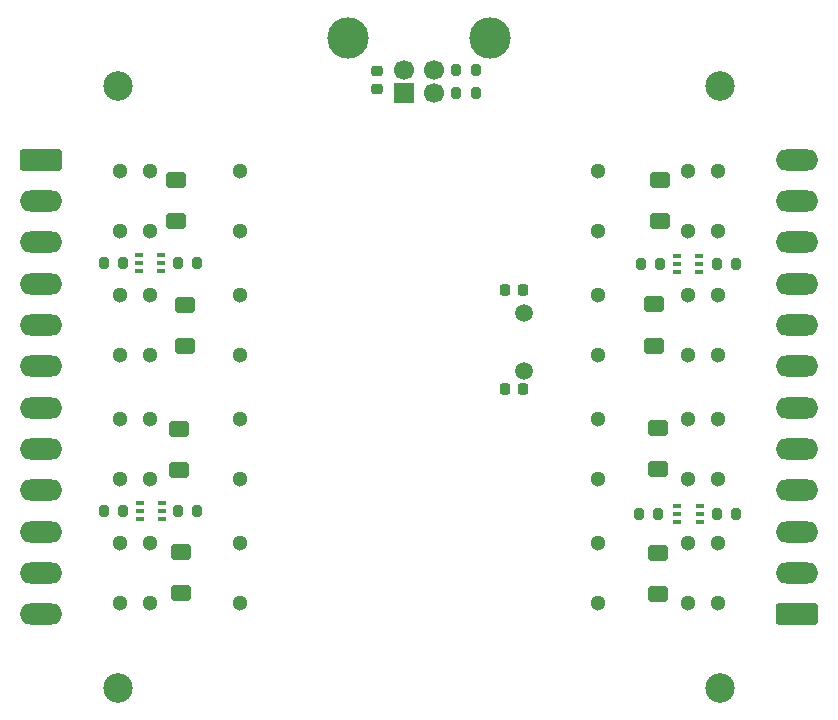
<source format=gbr>
%TF.GenerationSoftware,KiCad,Pcbnew,7.99.0-unknown-c06cea2fe9~166~ubuntu22.04.1*%
%TF.CreationDate,2023-02-26T22:53:06+01:00*%
%TF.ProjectId,FT245 relay,46543234-3520-4726-956c-61792e6b6963,rev?*%
%TF.SameCoordinates,Original*%
%TF.FileFunction,Soldermask,Bot*%
%TF.FilePolarity,Negative*%
%FSLAX46Y46*%
G04 Gerber Fmt 4.6, Leading zero omitted, Abs format (unit mm)*
G04 Created by KiCad (PCBNEW 7.99.0-unknown-c06cea2fe9~166~ubuntu22.04.1) date 2023-02-26 22:53:06*
%MOMM*%
%LPD*%
G01*
G04 APERTURE LIST*
G04 Aperture macros list*
%AMRoundRect*
0 Rectangle with rounded corners*
0 $1 Rounding radius*
0 $2 $3 $4 $5 $6 $7 $8 $9 X,Y pos of 4 corners*
0 Add a 4 corners polygon primitive as box body*
4,1,4,$2,$3,$4,$5,$6,$7,$8,$9,$2,$3,0*
0 Add four circle primitives for the rounded corners*
1,1,$1+$1,$2,$3*
1,1,$1+$1,$4,$5*
1,1,$1+$1,$6,$7*
1,1,$1+$1,$8,$9*
0 Add four rect primitives between the rounded corners*
20,1,$1+$1,$2,$3,$4,$5,0*
20,1,$1+$1,$4,$5,$6,$7,0*
20,1,$1+$1,$6,$7,$8,$9,0*
20,1,$1+$1,$8,$9,$2,$3,0*%
G04 Aperture macros list end*
%ADD10C,2.500000*%
%ADD11RoundRect,0.250000X0.600000X-0.400000X0.600000X0.400000X-0.600000X0.400000X-0.600000X-0.400000X0*%
%ADD12RoundRect,0.250000X-0.600000X0.400000X-0.600000X-0.400000X0.600000X-0.400000X0.600000X0.400000X0*%
%ADD13R,0.650000X0.400000*%
%ADD14RoundRect,0.200000X0.200000X0.275000X-0.200000X0.275000X-0.200000X-0.275000X0.200000X-0.275000X0*%
%ADD15C,1.300000*%
%ADD16R,1.700000X1.700000*%
%ADD17C,1.700000*%
%ADD18C,3.500000*%
%ADD19C,1.500000*%
%ADD20RoundRect,0.250000X1.550000X-0.650000X1.550000X0.650000X-1.550000X0.650000X-1.550000X-0.650000X0*%
%ADD21O,3.600000X1.800000*%
%ADD22RoundRect,0.250000X-1.550000X0.650000X-1.550000X-0.650000X1.550000X-0.650000X1.550000X0.650000X0*%
%ADD23RoundRect,0.200000X-0.200000X-0.275000X0.200000X-0.275000X0.200000X0.275000X-0.200000X0.275000X0*%
%ADD24RoundRect,0.225000X0.225000X0.250000X-0.225000X0.250000X-0.225000X-0.250000X0.225000X-0.250000X0*%
%ADD25RoundRect,0.225000X0.250000X-0.225000X0.250000X0.225000X-0.250000X0.225000X-0.250000X-0.225000X0*%
G04 APERTURE END LIST*
D10*
%TO.C,REF\u002A\u002A*%
X-25500000Y25500000D03*
X-25500000Y25500000D03*
X-25500000Y-25500000D03*
X-25500000Y-25500000D03*
X25500000Y25500000D03*
X25500000Y25500000D03*
X25500000Y-25500000D03*
X25500000Y-25500000D03*
%TD*%
D11*
%TO.C,D1*%
X-20200000Y-17450000D03*
X-20200000Y-13950000D03*
%TD*%
D12*
%TO.C,D2*%
X-20300000Y-3550000D03*
X-20300000Y-7050000D03*
%TD*%
D13*
%TO.C,Q1*%
X-23649999Y-11149999D03*
X-23649999Y-10499999D03*
X-23649999Y-9849999D03*
X-21749999Y-9849999D03*
X-21749999Y-10499999D03*
X-21749999Y-11149999D03*
%TD*%
D14*
%TO.C,R4*%
X-25075000Y-10500000D03*
X-26725000Y-10500000D03*
%TD*%
D12*
%TO.C,D4*%
X-20600000Y17550000D03*
X-20600000Y14050000D03*
%TD*%
D11*
%TO.C,D3*%
X-19800000Y3450000D03*
X-19800000Y6950000D03*
%TD*%
D15*
%TO.C,K8*%
X25310000Y-13210000D03*
X22770000Y-13210000D03*
X15150000Y-13210000D03*
X15150000Y-18290000D03*
X22770000Y-18290000D03*
X25310000Y-18290000D03*
%TD*%
%TO.C,K7*%
X25310000Y-2710000D03*
X22770000Y-2710000D03*
X15150000Y-2710000D03*
X15150000Y-7790000D03*
X22770000Y-7790000D03*
X25310000Y-7790000D03*
%TD*%
%TO.C,K6*%
X25310000Y7790000D03*
X22770000Y7790000D03*
X15150000Y7790000D03*
X15150000Y2710000D03*
X22770000Y2710000D03*
X25310000Y2710000D03*
%TD*%
%TO.C,K5*%
X25310000Y18290000D03*
X22770000Y18290000D03*
X15150000Y18290000D03*
X15150000Y13210000D03*
X22770000Y13210000D03*
X25310000Y13210000D03*
%TD*%
%TO.C,K4*%
X-25310000Y13210000D03*
X-22770000Y13210000D03*
X-15150000Y13210000D03*
X-15150000Y18290000D03*
X-22770000Y18290000D03*
X-25310000Y18290000D03*
%TD*%
%TO.C,K3*%
X-25310000Y2710000D03*
X-22770000Y2710000D03*
X-15150000Y2710000D03*
X-15150000Y7790000D03*
X-22770000Y7790000D03*
X-25310000Y7790000D03*
%TD*%
%TO.C,K2*%
X-25310000Y-7790000D03*
X-22770000Y-7790000D03*
X-15150000Y-7790000D03*
X-15150000Y-2710000D03*
X-22770000Y-2710000D03*
X-25310000Y-2710000D03*
%TD*%
%TO.C,K1*%
X-25310000Y-18290000D03*
X-22770000Y-18290000D03*
X-15150000Y-18290000D03*
X-15150000Y-13210000D03*
X-22770000Y-13210000D03*
X-25310000Y-13210000D03*
%TD*%
D11*
%TO.C,D14*%
X20200000Y-17550000D03*
X20200000Y-14050000D03*
%TD*%
D12*
%TO.C,D12*%
X20200000Y-3450000D03*
X20200000Y-6950000D03*
%TD*%
%TO.C,D10*%
X20400000Y17550000D03*
X20400000Y14050000D03*
%TD*%
D11*
%TO.C,D5*%
X19910000Y3500000D03*
X19910000Y7000000D03*
%TD*%
D16*
%TO.C,J1*%
X-1249999Y24842499D03*
D17*
X1250000Y24842500D03*
X1250000Y26842500D03*
X-1250000Y26842500D03*
D18*
X-6020000Y29552500D03*
X6020000Y29552500D03*
%TD*%
D19*
%TO.C,Y1*%
X8910000Y6230000D03*
X8910000Y1350000D03*
%TD*%
D20*
%TO.C,J2*%
X32000000Y-19250000D03*
D21*
X31999999Y-15749999D03*
X31999999Y-12249999D03*
X31999999Y-8749999D03*
X31999999Y-5249999D03*
X31999999Y-1749999D03*
X31999999Y1749999D03*
X31999999Y5249999D03*
X31999999Y8749999D03*
X31999999Y12249999D03*
X31999999Y15749999D03*
X31999999Y19249999D03*
%TD*%
D22*
%TO.C,J3*%
X-32000000Y19250000D03*
D21*
X-31999999Y15749999D03*
X-31999999Y12249999D03*
X-31999999Y8749999D03*
X-31999999Y5249999D03*
X-31999999Y1749999D03*
X-31999999Y-1749999D03*
X-31999999Y-5249999D03*
X-31999999Y-8749999D03*
X-31999999Y-12249999D03*
X-31999999Y-15749999D03*
X-31999999Y-19249999D03*
%TD*%
D13*
%TO.C,Q2*%
X-23719999Y9849999D03*
X-23719999Y10499999D03*
X-23719999Y11149999D03*
X-21819999Y11149999D03*
X-21819999Y10499999D03*
X-21819999Y9849999D03*
%TD*%
%TO.C,Q3*%
X23729999Y11069999D03*
X23729999Y10419999D03*
X23729999Y9769999D03*
X21829999Y9769999D03*
X21829999Y10419999D03*
X21829999Y11069999D03*
%TD*%
D23*
%TO.C,R7*%
X-20425000Y10500000D03*
X-18775000Y10500000D03*
%TD*%
D14*
%TO.C,R12*%
X20225000Y-10770000D03*
X18575000Y-10770000D03*
%TD*%
D24*
%TO.C,C5*%
X8775000Y-200000D03*
X7225000Y-200000D03*
%TD*%
%TO.C,C4*%
X8775000Y8200000D03*
X7225000Y8200000D03*
%TD*%
D14*
%TO.C,R2*%
X4775000Y26842500D03*
X3125000Y26842500D03*
%TD*%
D25*
%TO.C,C1*%
X-3600000Y25225000D03*
X-3600000Y26775000D03*
%TD*%
D14*
%TO.C,R6*%
X-25075000Y10500000D03*
X-26725000Y10500000D03*
%TD*%
%TO.C,R1*%
X4775000Y24842500D03*
X3125000Y24842500D03*
%TD*%
D23*
%TO.C,R5*%
X-20425000Y-10500000D03*
X-18775000Y-10500000D03*
%TD*%
%TO.C,R9*%
X25175000Y10420000D03*
X26825000Y10420000D03*
%TD*%
%TO.C,R11*%
X25175000Y-10770000D03*
X26825000Y-10770000D03*
%TD*%
D14*
%TO.C,R10*%
X20425000Y10420000D03*
X18775000Y10420000D03*
%TD*%
D13*
%TO.C,Q4*%
X23759999Y-10119999D03*
X23759999Y-10769999D03*
X23759999Y-11419999D03*
X21859999Y-11419999D03*
X21859999Y-10769999D03*
X21859999Y-10119999D03*
%TD*%
M02*

</source>
